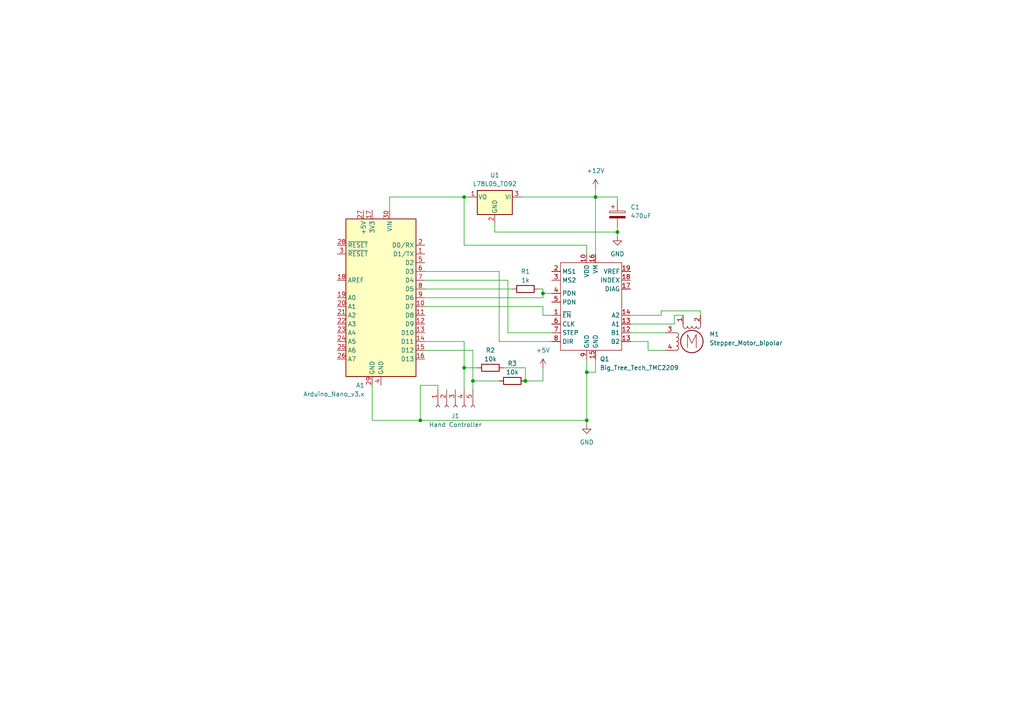
<source format=kicad_sch>
(kicad_sch (version 20230121) (generator eeschema)
  (paper "A4")
  (lib_symbols
    (symbol "Connector:Conn_01x05_Socket" (pin_names (offset 1.016) hide)
      (property "Reference" "J" (at 0 7.62 0))
      (property "Value" "Conn_01x05_Socket" (at 0 -7.62 0))
      (symbol "Conn_01x05_Socket_1_1"
        (arc (start 0 -4.572) (mid -0.5058 -5.08) (end 0 -5.588) (stroke (width 0.1524)))
        (arc (start 0 -2.032) (mid -0.5058 -2.54) (end 0 -3.048) (stroke (width 0.1524)))
        (polyline (pts (xy -1.27 -5.08) (xy -0.508 -5.08)) (stroke (width 0.1524)))
        (polyline (pts (xy -1.27 -2.54) (xy -0.508 -2.54)) (stroke (width 0.1524)))
        (polyline (pts (xy -1.27 0) (xy -0.508 0)) (stroke (width 0.1524)))
        (polyline (pts (xy -1.27 2.54) (xy -0.508 2.54)) (stroke (width 0.1524)))
        (polyline (pts (xy -1.27 5.08) (xy -0.508 5.08)) (stroke (width 0.1524)))
        (arc (start 0 0.508) (mid -0.5058 0) (end 0 -0.508) (stroke (width 0.1524)))
        (arc (start 0 3.048) (mid -0.5058 2.54) (end 0 2.032) (stroke (width 0.1524)))
        (arc (start 0 5.588) (mid -0.5058 5.08) (end 0 4.572) (stroke (width 0.1524)))
        (pin passive line (at -5.08 5.08 0) (length 3.81) (name "Pin_1") (number "1"))
        (pin passive line (at -5.08 2.54 0) (length 3.81) (name "Pin_2") (number "2"))
        (pin passive line (at -5.08 0 0) (length 3.81) (name "Pin_3") (number "3"))
        (pin passive line (at -5.08 -2.54 0) (length 3.81) (name "Pin_4") (number "4"))
        (pin passive line (at -5.08 -5.08 0) (length 3.81) (name "Pin_5") (number "5"))
      )
    )
    (symbol "Device:C_Polarized" (pin_numbers hide) (pin_names (offset 0.254))
      (property "Reference" "C" (at 0.635 2.54 0))
      (property "Value" "C_Polarized" (at 0.635 -2.54 0))
      (symbol "C_Polarized_0_1"
        (rectangle (start -2.286 0.508) (end 2.286 1.016))
        (polyline (pts (xy -1.778 2.286) (xy -0.762 2.286)))
        (polyline (pts (xy -1.27 2.794) (xy -1.27 1.778)))
        (rectangle (start 2.286 -0.508) (end -2.286 -1.016) (fill (type outline)))
      )
      (symbol "C_Polarized_1_1"
        (pin passive line (at 0 3.81 270) (length 2.794) (name "~") (number "1"))
        (pin passive line (at 0 -3.81 90) (length 2.794) (name "~") (number "2"))
      )
    )
    (symbol "Device:R" (pin_numbers hide) (pin_names (offset 0))
      (property "Reference" "R" (at 2.032 0 90))
      (property "Value" "R" (at 0 0 90))
      (symbol "R_0_1"
        (rectangle (start -1.016 -2.54) (end 1.016 2.54) (stroke (width 0.254)))
      )
      (symbol "R_1_1"
        (pin passive line (at 0 3.81 270) (length 1.27) (name "~") (number "1"))
        (pin passive line (at 0 -3.81 90) (length 1.27) (name "~") (number "2"))
      )
    )
    (symbol "MCU_Module:Arduino_Nano_v3.x"
      (property "Reference" "A1" (at 4.7341 -25.4 0))
      (property "Value" "Arduino_Nano_v3.x" (at 4.7341 -27.94 0))
      (symbol "Arduino_Nano_v3.x_0_1"
        (rectangle (start -10.16 22.86) (end 10.16 -22.86) (stroke (width 0.254)) (fill (type background)))
      )
      (symbol "Arduino_Nano_v3.x_1_1"
        (pin bidirectional line (at -12.7 12.7 0) (length 2.54) (name "D1/TX") (number "1"))
        (pin bidirectional line (at -12.7 -2.54 0) (length 2.54) (name "D7") (number "10"))
        (pin bidirectional line (at -12.7 -5.08 0) (length 2.54) (name "D8") (number "11"))
        (pin bidirectional line (at -12.7 -7.62 0) (length 2.54) (name "D9") (number "12"))
        (pin bidirectional line (at -12.7 -10.16 0) (length 2.54) (name "D10") (number "13"))
        (pin bidirectional line (at -12.7 -12.7 0) (length 2.54) (name "D11") (number "14"))
        (pin bidirectional line (at -12.7 -15.24 0) (length 2.54) (name "D12") (number "15"))
        (pin bidirectional line (at -12.7 -17.78 0) (length 2.54) (name "D13") (number "16"))
        (pin power_out line (at 2.54 25.4 270) (length 2.54) (name "3V3") (number "17"))
        (pin input line (at 12.7 5.08 180) (length 2.54) (name "AREF") (number "18"))
        (pin bidirectional line (at 12.7 0 180) (length 2.54) (name "A0") (number "19"))
        (pin bidirectional line (at -12.7 15.24 0) (length 2.54) (name "D0/RX") (number "2"))
        (pin bidirectional line (at 12.7 -2.54 180) (length 2.54) (name "A1") (number "20"))
        (pin bidirectional line (at 12.7 -5.08 180) (length 2.54) (name "A2") (number "21"))
        (pin bidirectional line (at 12.7 -7.62 180) (length 2.54) (name "A3") (number "22"))
        (pin bidirectional line (at 12.7 -10.16 180) (length 2.54) (name "A4") (number "23"))
        (pin bidirectional line (at 12.7 -12.7 180) (length 2.54) (name "A5") (number "24"))
        (pin bidirectional line (at 12.7 -15.24 180) (length 2.54) (name "A6") (number "25"))
        (pin bidirectional line (at 12.7 -17.78 180) (length 2.54) (name "A7") (number "26"))
        (pin power_out line (at 5.08 25.4 270) (length 2.54) (name "+5V") (number "27"))
        (pin input line (at 12.7 15.24 180) (length 2.54) (name "~{RESET}") (number "28"))
        (pin power_in line (at 2.54 -25.4 90) (length 2.54) (name "GND") (number "29"))
        (pin input line (at 12.7 12.7 180) (length 2.54) (name "~{RESET}") (number "3"))
        (pin power_in line (at -2.54 25.4 270) (length 2.54) (name "VIN") (number "30"))
        (pin power_in line (at 0 -25.4 90) (length 2.54) (name "GND") (number "4"))
        (pin bidirectional line (at -12.7 10.16 0) (length 2.54) (name "D2") (number "5"))
        (pin bidirectional line (at -12.7 7.62 0) (length 2.54) (name "D3") (number "6"))
        (pin bidirectional line (at -12.7 5.08 0) (length 2.54) (name "D4") (number "7"))
        (pin bidirectional line (at -12.7 2.54 0) (length 2.54) (name "D5") (number "8"))
        (pin bidirectional line (at -12.7 0 0) (length 2.54) (name "D6") (number "9"))
      )
    )
    (symbol "Motor:Stepper_Motor_bipolar" (pin_names (offset 0) hide)
      (property "Reference" "M" (at 3.81 2.54 0))
      (property "Value" "Stepper_Motor_bipolar" (at 3.81 1.27 0))
      (symbol "Stepper_Motor_bipolar_0_0"
        (polyline (pts (xy -1.27 -1.778) (xy -1.27 2.032) (xy 0 -0.508) (xy 1.27 2.032) (xy 1.27 -1.778)))
      )
      (symbol "Stepper_Motor_bipolar_0_1"
        (arc (start -4.445 -2.54) (mid -3.8127 -1.905) (end -4.445 -1.27))
        (arc (start -4.445 -1.27) (mid -3.8127 -0.635) (end -4.445 0))
        (arc (start -4.445 0) (mid -3.8127 0.635) (end -4.445 1.27))
        (arc (start -4.445 1.27) (mid -3.8127 1.905) (end -4.445 2.54))
        (arc (start -2.54 4.445) (mid -1.905 3.8127) (end -1.27 4.445))
        (arc (start -1.27 4.445) (mid -0.635 3.8127) (end 0 4.445))
        (polyline (pts (xy -5.08 -2.54) (xy -4.445 -2.54)))
        (polyline (pts (xy -5.08 2.54) (xy -4.445 2.54)))
        (polyline (pts (xy -2.54 5.08) (xy -2.54 4.445)))
        (polyline (pts (xy 2.54 5.08) (xy 2.54 4.445)))
        (circle (center 0 0) (radius 3.2512) (stroke (width 0.254)))
        (arc (start 0 4.445) (mid 0.635 3.8127) (end 1.27 4.445))
        (arc (start 1.27 4.445) (mid 1.905 3.8127) (end 2.54 4.445))
      )
      (symbol "Stepper_Motor_bipolar_1_1"
        (pin passive line (at -2.54 7.62 270) (length 2.54) (name "~") (number "1"))
        (pin passive line (at 2.54 7.62 270) (length 2.54) (name "-") (number "2"))
        (pin passive line (at -7.62 2.54 0) (length 2.54) (name "~") (number "3"))
        (pin passive line (at -7.62 -2.54 0) (length 2.54) (name "~") (number "4"))
      )
    )
    (symbol "Regulator_Linear:L78L05_TO92" (pin_names (offset 0.254))
      (property "Reference" "U" (at -3.81 3.175 0))
      (property "Value" "L78L05_TO92" (at 0 3.175 0))
      (symbol "L78L05_TO92_0_1"
        (rectangle (start -5.08 -5.08) (end 5.08 1.905) (stroke (width 0.254)) (fill (type background)))
      )
      (symbol "L78L05_TO92_1_1"
        (pin power_out line (at 7.62 0 180) (length 2.54) (name "VO") (number "1"))
        (pin power_in line (at 0 -7.62 90) (length 2.54) (name "GND") (number "2"))
        (pin power_in line (at -7.62 0 0) (length 2.54) (name "VI") (number "3"))
      )
    )
    (symbol "power:+12V" (power) (pin_names (offset 0))
      (property "Value" "+12V" (at 0 3.556 0))
      (symbol "+12V_0_1"
        (polyline (pts (xy -0.762 1.27) (xy 0 2.54)))
        (polyline (pts (xy 0 0) (xy 0 2.54)))
        (polyline (pts (xy 0 2.54) (xy 0.762 1.27)))
      )
      (symbol "+12V_1_1"
        (pin power_in line (at 0 0 90) (length 0) hide (name "+12V") (number "1"))
      )
    )
    (symbol "power:+5V" (power) (pin_names (offset 0))
      (property "Value" "+5V" (at 0 3.556 0))
      (symbol "+5V_0_1"
        (polyline (pts (xy -0.762 1.27) (xy 0 2.54)))
        (polyline (pts (xy 0 0) (xy 0 2.54)))
        (polyline (pts (xy 0 2.54) (xy 0.762 1.27)))
      )
      (symbol "+5V_1_1"
        (pin power_in line (at 0 0 90) (length 0) hide (name "+5V") (number "1"))
      )
    )
    (symbol "power:GND" (power) (pin_names (offset 0))
      (property "Value" "GND" (at 0 -3.81 0))
      (symbol "GND_0_1"
        (polyline (pts (xy 0 0) (xy 0 -1.27) (xy 1.27 -1.27) (xy 0 -2.54) (xy -1.27 -1.27) (xy 0 -1.27)))
      )
      (symbol "GND_1_1"
        (pin power_in line (at 0 0 270) (length 0) hide (name "GND") (number "1"))
      )
    )
    (symbol "stepperDriver:TMC2209"
      (property "Reference" "Q1" (at 11.43 -2.54 0))
      (property "Value" "Big_Tree_Tech_TMC2209" (at 22.86 -5.08 0))
      (symbol "TMC2209_1_1"
        (rectangle (start 0 25.4) (end 17.78 0))
        (pin input line (at -2.54 10.16 0) (length 2.54) (name "~{EN}") (number "1"))
        (pin power_in line (at 7.62 27.94 270) (length 2.54) (name "VDD") (number "10"))
        (pin power_out line (at 20.32 5.08 180) (length 2.54) (name "B1") (number "12"))
        (pin power_out line (at 20.32 7.62 180) (length 2.54) (name "A1") (number "13"))
        (pin power_out line (at 20.32 2.54 180) (length 2.54) (name "B2") (number "13"))
        (pin power_out line (at 20.32 10.16 180) (length 2.54) (name "A2") (number "14"))
        (pin power_in line (at 10.16 -2.54 90) (length 2.54) (name "GND") (number "15"))
        (pin input line (at 10.16 27.94 270) (length 2.54) (name "VM") (number "16"))
        (pin output line (at 20.32 17.78 180) (length 2.54) (name "DIAG") (number "17"))
        (pin output line (at 20.32 20.32 180) (length 2.54) (name "INDEX") (number "18"))
        (pin input line (at 20.32 22.86 180) (length 2.54) (name "VREF") (number "19"))
        (pin input line (at -2.54 22.86 0) (length 2.54) (name "MS1") (number "2"))
        (pin input line (at -2.54 20.32 0) (length 2.54) (name "MS2") (number "3"))
        (pin bidirectional line (at -2.54 16.51 0) (length 2.54) (name "PDN") (number "4"))
        (pin bidirectional line (at -2.54 13.97 0) (length 2.54) (name "PDN") (number "5"))
        (pin input line (at -2.54 7.62 0) (length 2.54) (name "CLK") (number "6"))
        (pin input line (at -2.54 5.08 0) (length 2.54) (name "STEP") (number "7"))
        (pin input line (at -2.54 2.54 0) (length 2.54) (name "DIR") (number "8"))
        (pin power_in line (at 7.62 -2.54 90) (length 2.54) (name "GND") (number "9"))
      )
    )
  )
  (junction (at 179.07 67.31))
  (junction (at 170.18 107.95))
  (junction (at 170.18 121.92))
  (junction (at 137.16 110.49))
  (junction (at 134.62 57.15))
  (junction (at 121.92 121.92))
  (junction (at 152.4 110.49))
  (junction (at 172.72 57.15))
  (junction (at 134.62 106.68))
  (junction (at 157.48 85.09))
  (wire (pts (xy 172.72 57.15) (xy 172.72 73.66)))
  (wire (pts (xy 107.95 121.92) (xy 121.92 121.92)))
  (wire (pts (xy 187.96 99.06) (xy 187.96 101.6)))
  (wire (pts (xy 127 111.76) (xy 127 113.03)))
  (wire (pts (xy 170.18 71.12) (xy 170.18 73.66)))
  (wire (pts (xy 157.48 83.82) (xy 157.48 85.09)))
  (wire (pts (xy 137.16 110.49) (xy 144.78 110.49)))
  (wire (pts (xy 121.92 121.92) (xy 170.18 121.92)))
  (wire (pts (xy 144.78 99.06) (xy 144.78 78.74)))
  (wire (pts (xy 144.78 99.06) (xy 160.02 99.06)))
  (wire (pts (xy 191.77 90.17) (xy 203.2 90.17)))
  (wire (pts (xy 172.72 104.14) (xy 172.72 107.95)))
  (wire (pts (xy 121.92 111.76) (xy 121.92 121.92)))
  (wire (pts (xy 123.19 81.28) (xy 147.32 81.28)))
  (wire (pts (xy 170.18 104.14) (xy 170.18 107.95)))
  (wire (pts (xy 157.48 91.44) (xy 160.02 91.44)))
  (wire (pts (xy 203.2 90.17) (xy 203.2 91.44)))
  (wire (pts (xy 179.07 58.42) (xy 179.07 57.15)))
  (wire (pts (xy 123.19 101.6) (xy 137.16 101.6)))
  (wire (pts (xy 179.07 68.58) (xy 179.07 67.31)))
  (wire (pts (xy 182.88 93.98) (xy 195.58 93.98)))
  (wire (pts (xy 134.62 99.06) (xy 134.62 106.68)))
  (wire (pts (xy 137.16 101.6) (xy 137.16 110.49)))
  (wire (pts (xy 123.19 86.36) (xy 157.48 86.36)))
  (wire (pts (xy 170.18 107.95) (xy 170.18 121.92)))
  (wire (pts (xy 172.72 54.61) (xy 172.72 57.15)))
  (wire (pts (xy 157.48 86.36) (xy 157.48 85.09)))
  (wire (pts (xy 143.51 64.77) (xy 143.51 67.31)))
  (wire (pts (xy 123.19 99.06) (xy 134.62 99.06)))
  (wire (pts (xy 187.96 101.6) (xy 193.04 101.6)))
  (wire (pts (xy 144.78 78.74) (xy 123.19 78.74)))
  (wire (pts (xy 134.62 106.68) (xy 134.62 113.03)))
  (wire (pts (xy 135.89 57.15) (xy 134.62 57.15)))
  (wire (pts (xy 134.62 71.12) (xy 170.18 71.12)))
  (wire (pts (xy 147.32 96.52) (xy 147.32 81.28)))
  (wire (pts (xy 113.03 57.15) (xy 113.03 60.96)))
  (wire (pts (xy 113.03 57.15) (xy 134.62 57.15)))
  (wire (pts (xy 179.07 57.15) (xy 172.72 57.15)))
  (wire (pts (xy 123.19 83.82) (xy 148.59 83.82)))
  (wire (pts (xy 182.88 99.06) (xy 187.96 99.06)))
  (wire (pts (xy 157.48 85.09) (xy 160.02 85.09)))
  (wire (pts (xy 156.21 83.82) (xy 157.48 83.82)))
  (wire (pts (xy 157.48 88.9) (xy 123.19 88.9)))
  (wire (pts (xy 182.88 91.44) (xy 191.77 91.44)))
  (wire (pts (xy 107.95 111.76) (xy 107.95 121.92)))
  (wire (pts (xy 134.62 57.15) (xy 134.62 71.12)))
  (wire (pts (xy 160.02 96.52) (xy 147.32 96.52)))
  (wire (pts (xy 152.4 106.68) (xy 152.4 110.49)))
  (wire (pts (xy 195.58 91.44) (xy 198.12 91.44)))
  (wire (pts (xy 151.13 57.15) (xy 172.72 57.15)))
  (wire (pts (xy 170.18 121.92) (xy 170.18 123.19)))
  (wire (pts (xy 182.88 96.52) (xy 193.04 96.52)))
  (wire (pts (xy 179.07 66.04) (xy 179.07 67.31)))
  (wire (pts (xy 143.51 67.31) (xy 179.07 67.31)))
  (wire (pts (xy 127 111.76) (xy 121.92 111.76)))
  (wire (pts (xy 157.48 110.49) (xy 157.48 106.68)))
  (wire (pts (xy 191.77 91.44) (xy 191.77 90.17)))
  (wire (pts (xy 134.62 106.68) (xy 138.43 106.68)))
  (wire (pts (xy 146.05 106.68) (xy 152.4 106.68)))
  (wire (pts (xy 137.16 110.49) (xy 137.16 113.03)))
  (wire (pts (xy 195.58 93.98) (xy 195.58 91.44)))
  (wire (pts (xy 172.72 107.95) (xy 170.18 107.95)))
  (wire (pts (xy 152.4 110.49) (xy 157.48 110.49)))
  (wire (pts (xy 157.48 91.44) (xy 157.48 88.9)))
  (symbol (lib_id "power:+12V") (at 172.72 54.61 0) (unit 1)
    (property "Reference" "#PWR03" (effects hide))
    (property "Value" "+12V" (at 172.72 49.53 0))
  )
  (symbol (lib_id "power:GND") (at 179.07 68.58 0) (unit 1)
    (property "Reference" "#PWR02" (effects hide))
    (property "Value" "GND" (at 179.07 73.66 0))
  )
  (symbol (lib_id "Device:R") (at 142.24 106.68 270) (unit 1)
    (property "Reference" "R2" (at 142.24 101.6 90))
    (property "Value" "10k" (at 142.24 104.14 90))
    (property "Footprint" "Resistor_THT:R_Axial_DIN0207_L6.3mm_D2.5mm_P10.16mm_Horizontal" (effects hide))
  )
  (symbol (lib_id "power:+5V") (at 157.48 106.68 0) (unit 1)
    (property "Reference" "#PWR04" (effects hide))
    (property "Value" "+5V" (at 157.48 101.6 0))
  )
  (symbol (lib_id "Device:R") (at 152.4 83.82 270) (unit 1)
    (property "Reference" "R1" (at 152.4 78.74 90))
    (property "Value" "1k" (at 152.4 81.28 90))
    (property "Footprint" "Resistor_THT:R_Axial_DIN0207_L6.3mm_D2.5mm_P10.16mm_Horizontal" (effects hide))
  )
  (symbol (lib_id "Device:R") (at 148.59 110.49 270) (unit 1)
    (property "Reference" "R3" (at 148.59 105.41 90))
    (property "Value" "10k" (at 148.59 107.95 90))
    (property "Footprint" "Resistor_THT:R_Axial_DIN0207_L6.3mm_D2.5mm_P10.16mm_Horizontal" (effects hide))
  )
  (symbol (lib_id "Connector:Conn_01x05_Socket") (at 132.08 118.11 90) (mirror x) (unit 1)
    (property "Reference" "J1" (at 132.08 120.65 90))
    (property "Value" "Hand Controller" (at 132.08 123.19 90))
    (property "Footprint" "Connector_JST:JST_XH_B5B-XH-AM_1x05_P2.50mm_Vertical" (effects hide))
  )
  (symbol (lib_id "power:GND") (at 170.18 123.19 0) (unit 1)
    (property "Reference" "#PWR01" (effects hide))
    (property "Value" "GND" (at 170.18 128.27 0))
  )
  (symbol (lib_id "Regulator_Linear:L78L05_TO92") (at 143.51 57.15 0) (mirror y) (unit 1)
    (property "Reference" "U1" (at 143.51 50.8 0))
    (property "Value" "L78L05_TO92" (at 143.51 53.34 0))
    (property "Footprint" "Package_TO_SOT_THT:TO-92_Inline" (effects hide))
    (property "Datasheet" "http://www.st.com/content/ccc/resource/technical/document/datasheet/15/55/e5/aa/23/5b/43/fd/CD00000446.pdf/files/CD00000446.pdf/jcr:content/translations/en.CD00000446.pdf" (effects hide))
  )
  (symbol (lib_id "MCU_Module:Arduino_Nano_v3.x") (at 110.49 86.36 0) (mirror y) (unit 1)
    (property "Reference" "A1" (at 105.7559 111.76 0) (effects (justify left)))
    (property "Value" "Arduino_Nano_v3.x" (at 105.7559 114.3 0) (effects (justify left)))
    (property "Footprint" "Module:Arduino_Nano" (effects hide))
    (property "Datasheet" "http://www.mouser.com/pdfdocs/Gravitech_Arduino_Nano3_0.pdf" (effects hide))
  )
  (symbol (lib_id "Motor:Stepper_Motor_bipolar") (at 200.66 99.06 0) (unit 1)
    (property "Reference" "M1" (at 205.74 96.9391 0) (effects (justify left)))
    (property "Value" "Stepper_Motor_bipolar" (at 205.74 99.4791 0) (effects (justify left)))
    (property "Datasheet" "http://www.infineon.com/dgdl/Application-Note-TLE8110EE_driving_UniPolarStepperMotor_V1.1.pdf?fileId=db3a30431be39b97011be5d0aa0a00b0" (effects hide))
  )
  (symbol (lib_id "Device:C_Polarized") (at 179.07 62.23 0) (unit 1)
    (property "Reference" "C1" (at 182.88 60.071 0) (effects (justify left)))
    (property "Value" "470uF" (at 182.88 62.611 0) (effects (justify left)))
    (property "Footprint" "Capacitor_THT:CP_Radial_D16.0mm_P7.50mm" (effects hide))
  )
  (symbol (lib_id "stepperDriver:TMC2209") (at 162.56 101.6 0) (unit 1)
    (property "Reference" "Q1" (at 173.99 104.14 0) (effects (justify left)))
    (property "Value" "Big_Tree_Tech_TMC2209" (at 185.42 106.68 0))
  )
)
</source>
